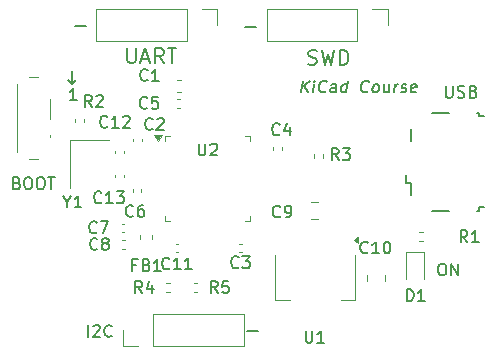
<source format=gbr>
%TF.GenerationSoftware,KiCad,Pcbnew,8.0.4*%
%TF.CreationDate,2024-08-10T16:36:54+03:00*%
%TF.ProjectId,KiCad_Course,4b694361-645f-4436-9f75-7273652e6b69,rev?*%
%TF.SameCoordinates,Original*%
%TF.FileFunction,Legend,Top*%
%TF.FilePolarity,Positive*%
%FSLAX46Y46*%
G04 Gerber Fmt 4.6, Leading zero omitted, Abs format (unit mm)*
G04 Created by KiCad (PCBNEW 8.0.4) date 2024-08-10 16:36:54*
%MOMM*%
%LPD*%
G01*
G04 APERTURE LIST*
%ADD10C,0.150000*%
%ADD11C,0.200000*%
%ADD12C,0.120000*%
G04 APERTURE END LIST*
D10*
X118000000Y-96400000D02*
X118350000Y-96800000D01*
X118350000Y-96800000D02*
X118000000Y-96400000D01*
X118350000Y-96800000D02*
X118350000Y-95650000D01*
X118350000Y-96800000D02*
X118700000Y-96400000D01*
D11*
X118629197Y-91860433D02*
X119581578Y-91860433D01*
D10*
X118760588Y-98119819D02*
X118189160Y-98119819D01*
X118474874Y-98119819D02*
X118474874Y-97119819D01*
X118474874Y-97119819D02*
X118379636Y-97262676D01*
X118379636Y-97262676D02*
X118284398Y-97357914D01*
X118284398Y-97357914D02*
X118189160Y-97405533D01*
D11*
X138369673Y-95077100D02*
X138548244Y-95136623D01*
X138548244Y-95136623D02*
X138845863Y-95136623D01*
X138845863Y-95136623D02*
X138964911Y-95077100D01*
X138964911Y-95077100D02*
X139024435Y-95017576D01*
X139024435Y-95017576D02*
X139083958Y-94898528D01*
X139083958Y-94898528D02*
X139083958Y-94779480D01*
X139083958Y-94779480D02*
X139024435Y-94660433D01*
X139024435Y-94660433D02*
X138964911Y-94600909D01*
X138964911Y-94600909D02*
X138845863Y-94541385D01*
X138845863Y-94541385D02*
X138607768Y-94481861D01*
X138607768Y-94481861D02*
X138488720Y-94422338D01*
X138488720Y-94422338D02*
X138429197Y-94362814D01*
X138429197Y-94362814D02*
X138369673Y-94243766D01*
X138369673Y-94243766D02*
X138369673Y-94124719D01*
X138369673Y-94124719D02*
X138429197Y-94005671D01*
X138429197Y-94005671D02*
X138488720Y-93946147D01*
X138488720Y-93946147D02*
X138607768Y-93886623D01*
X138607768Y-93886623D02*
X138905387Y-93886623D01*
X138905387Y-93886623D02*
X139083958Y-93946147D01*
X139500625Y-93886623D02*
X139798244Y-95136623D01*
X139798244Y-95136623D02*
X140036339Y-94243766D01*
X140036339Y-94243766D02*
X140274434Y-95136623D01*
X140274434Y-95136623D02*
X140572054Y-93886623D01*
X141048244Y-95136623D02*
X141048244Y-93886623D01*
X141048244Y-93886623D02*
X141345863Y-93886623D01*
X141345863Y-93886623D02*
X141524434Y-93946147D01*
X141524434Y-93946147D02*
X141643482Y-94065195D01*
X141643482Y-94065195D02*
X141703005Y-94184242D01*
X141703005Y-94184242D02*
X141762529Y-94422338D01*
X141762529Y-94422338D02*
X141762529Y-94600909D01*
X141762529Y-94600909D02*
X141703005Y-94839004D01*
X141703005Y-94839004D02*
X141643482Y-94958052D01*
X141643482Y-94958052D02*
X141524434Y-95077100D01*
X141524434Y-95077100D02*
X141345863Y-95136623D01*
X141345863Y-95136623D02*
X141048244Y-95136623D01*
X133179197Y-117660433D02*
X134131578Y-117660433D01*
X123029197Y-93736623D02*
X123029197Y-94748528D01*
X123029197Y-94748528D02*
X123088720Y-94867576D01*
X123088720Y-94867576D02*
X123148244Y-94927100D01*
X123148244Y-94927100D02*
X123267292Y-94986623D01*
X123267292Y-94986623D02*
X123505387Y-94986623D01*
X123505387Y-94986623D02*
X123624435Y-94927100D01*
X123624435Y-94927100D02*
X123683958Y-94867576D01*
X123683958Y-94867576D02*
X123743482Y-94748528D01*
X123743482Y-94748528D02*
X123743482Y-93736623D01*
X124279197Y-94629480D02*
X124874435Y-94629480D01*
X124160149Y-94986623D02*
X124576816Y-93736623D01*
X124576816Y-93736623D02*
X124993482Y-94986623D01*
X126124435Y-94986623D02*
X125707769Y-94391385D01*
X125410150Y-94986623D02*
X125410150Y-93736623D01*
X125410150Y-93736623D02*
X125886340Y-93736623D01*
X125886340Y-93736623D02*
X126005388Y-93796147D01*
X126005388Y-93796147D02*
X126064911Y-93855671D01*
X126064911Y-93855671D02*
X126124435Y-93974719D01*
X126124435Y-93974719D02*
X126124435Y-94153290D01*
X126124435Y-94153290D02*
X126064911Y-94272338D01*
X126064911Y-94272338D02*
X126005388Y-94331861D01*
X126005388Y-94331861D02*
X125886340Y-94391385D01*
X125886340Y-94391385D02*
X125410150Y-94391385D01*
X126481578Y-93736623D02*
X127195864Y-93736623D01*
X126838721Y-94986623D02*
X126838721Y-93736623D01*
X150019673Y-96917219D02*
X150019673Y-97726742D01*
X150019673Y-97726742D02*
X150067292Y-97821980D01*
X150067292Y-97821980D02*
X150114911Y-97869600D01*
X150114911Y-97869600D02*
X150210149Y-97917219D01*
X150210149Y-97917219D02*
X150400625Y-97917219D01*
X150400625Y-97917219D02*
X150495863Y-97869600D01*
X150495863Y-97869600D02*
X150543482Y-97821980D01*
X150543482Y-97821980D02*
X150591101Y-97726742D01*
X150591101Y-97726742D02*
X150591101Y-96917219D01*
X151019673Y-97869600D02*
X151162530Y-97917219D01*
X151162530Y-97917219D02*
X151400625Y-97917219D01*
X151400625Y-97917219D02*
X151495863Y-97869600D01*
X151495863Y-97869600D02*
X151543482Y-97821980D01*
X151543482Y-97821980D02*
X151591101Y-97726742D01*
X151591101Y-97726742D02*
X151591101Y-97631504D01*
X151591101Y-97631504D02*
X151543482Y-97536266D01*
X151543482Y-97536266D02*
X151495863Y-97488647D01*
X151495863Y-97488647D02*
X151400625Y-97441028D01*
X151400625Y-97441028D02*
X151210149Y-97393409D01*
X151210149Y-97393409D02*
X151114911Y-97345790D01*
X151114911Y-97345790D02*
X151067292Y-97298171D01*
X151067292Y-97298171D02*
X151019673Y-97202933D01*
X151019673Y-97202933D02*
X151019673Y-97107695D01*
X151019673Y-97107695D02*
X151067292Y-97012457D01*
X151067292Y-97012457D02*
X151114911Y-96964838D01*
X151114911Y-96964838D02*
X151210149Y-96917219D01*
X151210149Y-96917219D02*
X151448244Y-96917219D01*
X151448244Y-96917219D02*
X151591101Y-96964838D01*
X152353006Y-97393409D02*
X152495863Y-97441028D01*
X152495863Y-97441028D02*
X152543482Y-97488647D01*
X152543482Y-97488647D02*
X152591101Y-97583885D01*
X152591101Y-97583885D02*
X152591101Y-97726742D01*
X152591101Y-97726742D02*
X152543482Y-97821980D01*
X152543482Y-97821980D02*
X152495863Y-97869600D01*
X152495863Y-97869600D02*
X152400625Y-97917219D01*
X152400625Y-97917219D02*
X152019673Y-97917219D01*
X152019673Y-97917219D02*
X152019673Y-96917219D01*
X152019673Y-96917219D02*
X152353006Y-96917219D01*
X152353006Y-96917219D02*
X152448244Y-96964838D01*
X152448244Y-96964838D02*
X152495863Y-97012457D01*
X152495863Y-97012457D02*
X152543482Y-97107695D01*
X152543482Y-97107695D02*
X152543482Y-97202933D01*
X152543482Y-97202933D02*
X152495863Y-97298171D01*
X152495863Y-97298171D02*
X152448244Y-97345790D01*
X152448244Y-97345790D02*
X152353006Y-97393409D01*
X152353006Y-97393409D02*
X152019673Y-97393409D01*
X119719673Y-118167219D02*
X119719673Y-117167219D01*
X120148244Y-117262457D02*
X120195863Y-117214838D01*
X120195863Y-117214838D02*
X120291101Y-117167219D01*
X120291101Y-117167219D02*
X120529196Y-117167219D01*
X120529196Y-117167219D02*
X120624434Y-117214838D01*
X120624434Y-117214838D02*
X120672053Y-117262457D01*
X120672053Y-117262457D02*
X120719672Y-117357695D01*
X120719672Y-117357695D02*
X120719672Y-117452933D01*
X120719672Y-117452933D02*
X120672053Y-117595790D01*
X120672053Y-117595790D02*
X120100625Y-118167219D01*
X120100625Y-118167219D02*
X120719672Y-118167219D01*
X121719672Y-118071980D02*
X121672053Y-118119600D01*
X121672053Y-118119600D02*
X121529196Y-118167219D01*
X121529196Y-118167219D02*
X121433958Y-118167219D01*
X121433958Y-118167219D02*
X121291101Y-118119600D01*
X121291101Y-118119600D02*
X121195863Y-118024361D01*
X121195863Y-118024361D02*
X121148244Y-117929123D01*
X121148244Y-117929123D02*
X121100625Y-117738647D01*
X121100625Y-117738647D02*
X121100625Y-117595790D01*
X121100625Y-117595790D02*
X121148244Y-117405314D01*
X121148244Y-117405314D02*
X121195863Y-117310076D01*
X121195863Y-117310076D02*
X121291101Y-117214838D01*
X121291101Y-117214838D02*
X121433958Y-117167219D01*
X121433958Y-117167219D02*
X121529196Y-117167219D01*
X121529196Y-117167219D02*
X121672053Y-117214838D01*
X121672053Y-117214838D02*
X121719672Y-117262457D01*
X132979197Y-91910433D02*
X133931578Y-91910433D01*
D10*
X137780826Y-97469819D02*
X137905826Y-96469819D01*
X138352255Y-97469819D02*
X137995112Y-96898390D01*
X138477255Y-96469819D02*
X137834398Y-97041247D01*
X138780826Y-97469819D02*
X138864160Y-96803152D01*
X138905826Y-96469819D02*
X138852255Y-96517438D01*
X138852255Y-96517438D02*
X138893922Y-96565057D01*
X138893922Y-96565057D02*
X138947493Y-96517438D01*
X138947493Y-96517438D02*
X138905826Y-96469819D01*
X138905826Y-96469819D02*
X138893922Y-96565057D01*
X139840350Y-97374580D02*
X139786778Y-97422200D01*
X139786778Y-97422200D02*
X139637969Y-97469819D01*
X139637969Y-97469819D02*
X139542731Y-97469819D01*
X139542731Y-97469819D02*
X139405826Y-97422200D01*
X139405826Y-97422200D02*
X139322493Y-97326961D01*
X139322493Y-97326961D02*
X139286778Y-97231723D01*
X139286778Y-97231723D02*
X139262969Y-97041247D01*
X139262969Y-97041247D02*
X139280826Y-96898390D01*
X139280826Y-96898390D02*
X139352254Y-96707914D01*
X139352254Y-96707914D02*
X139411778Y-96612676D01*
X139411778Y-96612676D02*
X139518921Y-96517438D01*
X139518921Y-96517438D02*
X139667731Y-96469819D01*
X139667731Y-96469819D02*
X139762969Y-96469819D01*
X139762969Y-96469819D02*
X139899874Y-96517438D01*
X139899874Y-96517438D02*
X139941540Y-96565057D01*
X140685588Y-97469819D02*
X140751064Y-96946009D01*
X140751064Y-96946009D02*
X140715350Y-96850771D01*
X140715350Y-96850771D02*
X140626064Y-96803152D01*
X140626064Y-96803152D02*
X140435588Y-96803152D01*
X140435588Y-96803152D02*
X140334397Y-96850771D01*
X140691540Y-97422200D02*
X140590350Y-97469819D01*
X140590350Y-97469819D02*
X140352254Y-97469819D01*
X140352254Y-97469819D02*
X140262969Y-97422200D01*
X140262969Y-97422200D02*
X140227254Y-97326961D01*
X140227254Y-97326961D02*
X140239159Y-97231723D01*
X140239159Y-97231723D02*
X140298683Y-97136485D01*
X140298683Y-97136485D02*
X140399874Y-97088866D01*
X140399874Y-97088866D02*
X140637969Y-97088866D01*
X140637969Y-97088866D02*
X140739159Y-97041247D01*
X141590350Y-97469819D02*
X141715350Y-96469819D01*
X141596302Y-97422200D02*
X141495112Y-97469819D01*
X141495112Y-97469819D02*
X141304636Y-97469819D01*
X141304636Y-97469819D02*
X141215350Y-97422200D01*
X141215350Y-97422200D02*
X141173683Y-97374580D01*
X141173683Y-97374580D02*
X141137969Y-97279342D01*
X141137969Y-97279342D02*
X141173683Y-96993628D01*
X141173683Y-96993628D02*
X141233207Y-96898390D01*
X141233207Y-96898390D02*
X141286778Y-96850771D01*
X141286778Y-96850771D02*
X141387969Y-96803152D01*
X141387969Y-96803152D02*
X141578445Y-96803152D01*
X141578445Y-96803152D02*
X141667731Y-96850771D01*
X143411779Y-97374580D02*
X143358207Y-97422200D01*
X143358207Y-97422200D02*
X143209398Y-97469819D01*
X143209398Y-97469819D02*
X143114160Y-97469819D01*
X143114160Y-97469819D02*
X142977255Y-97422200D01*
X142977255Y-97422200D02*
X142893922Y-97326961D01*
X142893922Y-97326961D02*
X142858207Y-97231723D01*
X142858207Y-97231723D02*
X142834398Y-97041247D01*
X142834398Y-97041247D02*
X142852255Y-96898390D01*
X142852255Y-96898390D02*
X142923683Y-96707914D01*
X142923683Y-96707914D02*
X142983207Y-96612676D01*
X142983207Y-96612676D02*
X143090350Y-96517438D01*
X143090350Y-96517438D02*
X143239160Y-96469819D01*
X143239160Y-96469819D02*
X143334398Y-96469819D01*
X143334398Y-96469819D02*
X143471303Y-96517438D01*
X143471303Y-96517438D02*
X143512969Y-96565057D01*
X143971303Y-97469819D02*
X143882017Y-97422200D01*
X143882017Y-97422200D02*
X143840350Y-97374580D01*
X143840350Y-97374580D02*
X143804636Y-97279342D01*
X143804636Y-97279342D02*
X143840350Y-96993628D01*
X143840350Y-96993628D02*
X143899874Y-96898390D01*
X143899874Y-96898390D02*
X143953445Y-96850771D01*
X143953445Y-96850771D02*
X144054636Y-96803152D01*
X144054636Y-96803152D02*
X144197493Y-96803152D01*
X144197493Y-96803152D02*
X144286779Y-96850771D01*
X144286779Y-96850771D02*
X144328445Y-96898390D01*
X144328445Y-96898390D02*
X144364160Y-96993628D01*
X144364160Y-96993628D02*
X144328445Y-97279342D01*
X144328445Y-97279342D02*
X144268922Y-97374580D01*
X144268922Y-97374580D02*
X144215350Y-97422200D01*
X144215350Y-97422200D02*
X144114160Y-97469819D01*
X144114160Y-97469819D02*
X143971303Y-97469819D01*
X145245112Y-96803152D02*
X145161779Y-97469819D01*
X144816541Y-96803152D02*
X144751065Y-97326961D01*
X144751065Y-97326961D02*
X144786779Y-97422200D01*
X144786779Y-97422200D02*
X144876065Y-97469819D01*
X144876065Y-97469819D02*
X145018922Y-97469819D01*
X145018922Y-97469819D02*
X145120112Y-97422200D01*
X145120112Y-97422200D02*
X145173684Y-97374580D01*
X145637969Y-97469819D02*
X145721303Y-96803152D01*
X145697493Y-96993628D02*
X145757017Y-96898390D01*
X145757017Y-96898390D02*
X145810588Y-96850771D01*
X145810588Y-96850771D02*
X145911779Y-96803152D01*
X145911779Y-96803152D02*
X146007017Y-96803152D01*
X146215351Y-97422200D02*
X146304636Y-97469819D01*
X146304636Y-97469819D02*
X146495113Y-97469819D01*
X146495113Y-97469819D02*
X146596303Y-97422200D01*
X146596303Y-97422200D02*
X146655827Y-97326961D01*
X146655827Y-97326961D02*
X146661779Y-97279342D01*
X146661779Y-97279342D02*
X146626065Y-97184104D01*
X146626065Y-97184104D02*
X146536779Y-97136485D01*
X146536779Y-97136485D02*
X146393922Y-97136485D01*
X146393922Y-97136485D02*
X146304636Y-97088866D01*
X146304636Y-97088866D02*
X146268922Y-96993628D01*
X146268922Y-96993628D02*
X146274875Y-96946009D01*
X146274875Y-96946009D02*
X146334398Y-96850771D01*
X146334398Y-96850771D02*
X146435589Y-96803152D01*
X146435589Y-96803152D02*
X146578446Y-96803152D01*
X146578446Y-96803152D02*
X146667732Y-96850771D01*
X147453446Y-97422200D02*
X147352256Y-97469819D01*
X147352256Y-97469819D02*
X147161779Y-97469819D01*
X147161779Y-97469819D02*
X147072494Y-97422200D01*
X147072494Y-97422200D02*
X147036779Y-97326961D01*
X147036779Y-97326961D02*
X147084399Y-96946009D01*
X147084399Y-96946009D02*
X147143922Y-96850771D01*
X147143922Y-96850771D02*
X147245113Y-96803152D01*
X147245113Y-96803152D02*
X147435589Y-96803152D01*
X147435589Y-96803152D02*
X147524875Y-96850771D01*
X147524875Y-96850771D02*
X147560589Y-96946009D01*
X147560589Y-96946009D02*
X147548684Y-97041247D01*
X147548684Y-97041247D02*
X147060589Y-97136485D01*
D11*
X113703006Y-105143409D02*
X113845863Y-105191028D01*
X113845863Y-105191028D02*
X113893482Y-105238647D01*
X113893482Y-105238647D02*
X113941101Y-105333885D01*
X113941101Y-105333885D02*
X113941101Y-105476742D01*
X113941101Y-105476742D02*
X113893482Y-105571980D01*
X113893482Y-105571980D02*
X113845863Y-105619600D01*
X113845863Y-105619600D02*
X113750625Y-105667219D01*
X113750625Y-105667219D02*
X113369673Y-105667219D01*
X113369673Y-105667219D02*
X113369673Y-104667219D01*
X113369673Y-104667219D02*
X113703006Y-104667219D01*
X113703006Y-104667219D02*
X113798244Y-104714838D01*
X113798244Y-104714838D02*
X113845863Y-104762457D01*
X113845863Y-104762457D02*
X113893482Y-104857695D01*
X113893482Y-104857695D02*
X113893482Y-104952933D01*
X113893482Y-104952933D02*
X113845863Y-105048171D01*
X113845863Y-105048171D02*
X113798244Y-105095790D01*
X113798244Y-105095790D02*
X113703006Y-105143409D01*
X113703006Y-105143409D02*
X113369673Y-105143409D01*
X114560149Y-104667219D02*
X114750625Y-104667219D01*
X114750625Y-104667219D02*
X114845863Y-104714838D01*
X114845863Y-104714838D02*
X114941101Y-104810076D01*
X114941101Y-104810076D02*
X114988720Y-105000552D01*
X114988720Y-105000552D02*
X114988720Y-105333885D01*
X114988720Y-105333885D02*
X114941101Y-105524361D01*
X114941101Y-105524361D02*
X114845863Y-105619600D01*
X114845863Y-105619600D02*
X114750625Y-105667219D01*
X114750625Y-105667219D02*
X114560149Y-105667219D01*
X114560149Y-105667219D02*
X114464911Y-105619600D01*
X114464911Y-105619600D02*
X114369673Y-105524361D01*
X114369673Y-105524361D02*
X114322054Y-105333885D01*
X114322054Y-105333885D02*
X114322054Y-105000552D01*
X114322054Y-105000552D02*
X114369673Y-104810076D01*
X114369673Y-104810076D02*
X114464911Y-104714838D01*
X114464911Y-104714838D02*
X114560149Y-104667219D01*
X115607768Y-104667219D02*
X115798244Y-104667219D01*
X115798244Y-104667219D02*
X115893482Y-104714838D01*
X115893482Y-104714838D02*
X115988720Y-104810076D01*
X115988720Y-104810076D02*
X116036339Y-105000552D01*
X116036339Y-105000552D02*
X116036339Y-105333885D01*
X116036339Y-105333885D02*
X115988720Y-105524361D01*
X115988720Y-105524361D02*
X115893482Y-105619600D01*
X115893482Y-105619600D02*
X115798244Y-105667219D01*
X115798244Y-105667219D02*
X115607768Y-105667219D01*
X115607768Y-105667219D02*
X115512530Y-105619600D01*
X115512530Y-105619600D02*
X115417292Y-105524361D01*
X115417292Y-105524361D02*
X115369673Y-105333885D01*
X115369673Y-105333885D02*
X115369673Y-105000552D01*
X115369673Y-105000552D02*
X115417292Y-104810076D01*
X115417292Y-104810076D02*
X115512530Y-104714838D01*
X115512530Y-104714838D02*
X115607768Y-104667219D01*
X116322054Y-104667219D02*
X116893482Y-104667219D01*
X116607768Y-105667219D02*
X116607768Y-104667219D01*
X149610149Y-111967219D02*
X149800625Y-111967219D01*
X149800625Y-111967219D02*
X149895863Y-112014838D01*
X149895863Y-112014838D02*
X149991101Y-112110076D01*
X149991101Y-112110076D02*
X150038720Y-112300552D01*
X150038720Y-112300552D02*
X150038720Y-112633885D01*
X150038720Y-112633885D02*
X149991101Y-112824361D01*
X149991101Y-112824361D02*
X149895863Y-112919600D01*
X149895863Y-112919600D02*
X149800625Y-112967219D01*
X149800625Y-112967219D02*
X149610149Y-112967219D01*
X149610149Y-112967219D02*
X149514911Y-112919600D01*
X149514911Y-112919600D02*
X149419673Y-112824361D01*
X149419673Y-112824361D02*
X149372054Y-112633885D01*
X149372054Y-112633885D02*
X149372054Y-112300552D01*
X149372054Y-112300552D02*
X149419673Y-112110076D01*
X149419673Y-112110076D02*
X149514911Y-112014838D01*
X149514911Y-112014838D02*
X149610149Y-111967219D01*
X150467292Y-112967219D02*
X150467292Y-111967219D01*
X150467292Y-111967219D02*
X151038720Y-112967219D01*
X151038720Y-112967219D02*
X151038720Y-111967219D01*
D10*
X117973809Y-106728628D02*
X117973809Y-107204819D01*
X117640476Y-106204819D02*
X117973809Y-106728628D01*
X117973809Y-106728628D02*
X118307142Y-106204819D01*
X119164285Y-107204819D02*
X118592857Y-107204819D01*
X118878571Y-107204819D02*
X118878571Y-106204819D01*
X118878571Y-106204819D02*
X118783333Y-106347676D01*
X118783333Y-106347676D02*
X118688095Y-106442914D01*
X118688095Y-106442914D02*
X118592857Y-106490533D01*
X120453333Y-109299580D02*
X120405714Y-109347200D01*
X120405714Y-109347200D02*
X120262857Y-109394819D01*
X120262857Y-109394819D02*
X120167619Y-109394819D01*
X120167619Y-109394819D02*
X120024762Y-109347200D01*
X120024762Y-109347200D02*
X119929524Y-109251961D01*
X119929524Y-109251961D02*
X119881905Y-109156723D01*
X119881905Y-109156723D02*
X119834286Y-108966247D01*
X119834286Y-108966247D02*
X119834286Y-108823390D01*
X119834286Y-108823390D02*
X119881905Y-108632914D01*
X119881905Y-108632914D02*
X119929524Y-108537676D01*
X119929524Y-108537676D02*
X120024762Y-108442438D01*
X120024762Y-108442438D02*
X120167619Y-108394819D01*
X120167619Y-108394819D02*
X120262857Y-108394819D01*
X120262857Y-108394819D02*
X120405714Y-108442438D01*
X120405714Y-108442438D02*
X120453333Y-108490057D01*
X120786667Y-108394819D02*
X121453333Y-108394819D01*
X121453333Y-108394819D02*
X121024762Y-109394819D01*
X129088095Y-101804819D02*
X129088095Y-102614342D01*
X129088095Y-102614342D02*
X129135714Y-102709580D01*
X129135714Y-102709580D02*
X129183333Y-102757200D01*
X129183333Y-102757200D02*
X129278571Y-102804819D01*
X129278571Y-102804819D02*
X129469047Y-102804819D01*
X129469047Y-102804819D02*
X129564285Y-102757200D01*
X129564285Y-102757200D02*
X129611904Y-102709580D01*
X129611904Y-102709580D02*
X129659523Y-102614342D01*
X129659523Y-102614342D02*
X129659523Y-101804819D01*
X130088095Y-101900057D02*
X130135714Y-101852438D01*
X130135714Y-101852438D02*
X130230952Y-101804819D01*
X130230952Y-101804819D02*
X130469047Y-101804819D01*
X130469047Y-101804819D02*
X130564285Y-101852438D01*
X130564285Y-101852438D02*
X130611904Y-101900057D01*
X130611904Y-101900057D02*
X130659523Y-101995295D01*
X130659523Y-101995295D02*
X130659523Y-102090533D01*
X130659523Y-102090533D02*
X130611904Y-102233390D01*
X130611904Y-102233390D02*
X130040476Y-102804819D01*
X130040476Y-102804819D02*
X130659523Y-102804819D01*
X124758333Y-96409580D02*
X124710714Y-96457200D01*
X124710714Y-96457200D02*
X124567857Y-96504819D01*
X124567857Y-96504819D02*
X124472619Y-96504819D01*
X124472619Y-96504819D02*
X124329762Y-96457200D01*
X124329762Y-96457200D02*
X124234524Y-96361961D01*
X124234524Y-96361961D02*
X124186905Y-96266723D01*
X124186905Y-96266723D02*
X124139286Y-96076247D01*
X124139286Y-96076247D02*
X124139286Y-95933390D01*
X124139286Y-95933390D02*
X124186905Y-95742914D01*
X124186905Y-95742914D02*
X124234524Y-95647676D01*
X124234524Y-95647676D02*
X124329762Y-95552438D01*
X124329762Y-95552438D02*
X124472619Y-95504819D01*
X124472619Y-95504819D02*
X124567857Y-95504819D01*
X124567857Y-95504819D02*
X124710714Y-95552438D01*
X124710714Y-95552438D02*
X124758333Y-95600057D01*
X125710714Y-96504819D02*
X125139286Y-96504819D01*
X125425000Y-96504819D02*
X125425000Y-95504819D01*
X125425000Y-95504819D02*
X125329762Y-95647676D01*
X125329762Y-95647676D02*
X125234524Y-95742914D01*
X125234524Y-95742914D02*
X125139286Y-95790533D01*
X120503333Y-110709580D02*
X120455714Y-110757200D01*
X120455714Y-110757200D02*
X120312857Y-110804819D01*
X120312857Y-110804819D02*
X120217619Y-110804819D01*
X120217619Y-110804819D02*
X120074762Y-110757200D01*
X120074762Y-110757200D02*
X119979524Y-110661961D01*
X119979524Y-110661961D02*
X119931905Y-110566723D01*
X119931905Y-110566723D02*
X119884286Y-110376247D01*
X119884286Y-110376247D02*
X119884286Y-110233390D01*
X119884286Y-110233390D02*
X119931905Y-110042914D01*
X119931905Y-110042914D02*
X119979524Y-109947676D01*
X119979524Y-109947676D02*
X120074762Y-109852438D01*
X120074762Y-109852438D02*
X120217619Y-109804819D01*
X120217619Y-109804819D02*
X120312857Y-109804819D01*
X120312857Y-109804819D02*
X120455714Y-109852438D01*
X120455714Y-109852438D02*
X120503333Y-109900057D01*
X121074762Y-110233390D02*
X120979524Y-110185771D01*
X120979524Y-110185771D02*
X120931905Y-110138152D01*
X120931905Y-110138152D02*
X120884286Y-110042914D01*
X120884286Y-110042914D02*
X120884286Y-109995295D01*
X120884286Y-109995295D02*
X120931905Y-109900057D01*
X120931905Y-109900057D02*
X120979524Y-109852438D01*
X120979524Y-109852438D02*
X121074762Y-109804819D01*
X121074762Y-109804819D02*
X121265238Y-109804819D01*
X121265238Y-109804819D02*
X121360476Y-109852438D01*
X121360476Y-109852438D02*
X121408095Y-109900057D01*
X121408095Y-109900057D02*
X121455714Y-109995295D01*
X121455714Y-109995295D02*
X121455714Y-110042914D01*
X121455714Y-110042914D02*
X121408095Y-110138152D01*
X121408095Y-110138152D02*
X121360476Y-110185771D01*
X121360476Y-110185771D02*
X121265238Y-110233390D01*
X121265238Y-110233390D02*
X121074762Y-110233390D01*
X121074762Y-110233390D02*
X120979524Y-110281009D01*
X120979524Y-110281009D02*
X120931905Y-110328628D01*
X120931905Y-110328628D02*
X120884286Y-110423866D01*
X120884286Y-110423866D02*
X120884286Y-110614342D01*
X120884286Y-110614342D02*
X120931905Y-110709580D01*
X120931905Y-110709580D02*
X120979524Y-110757200D01*
X120979524Y-110757200D02*
X121074762Y-110804819D01*
X121074762Y-110804819D02*
X121265238Y-110804819D01*
X121265238Y-110804819D02*
X121360476Y-110757200D01*
X121360476Y-110757200D02*
X121408095Y-110709580D01*
X121408095Y-110709580D02*
X121455714Y-110614342D01*
X121455714Y-110614342D02*
X121455714Y-110423866D01*
X121455714Y-110423866D02*
X121408095Y-110328628D01*
X121408095Y-110328628D02*
X121360476Y-110281009D01*
X121360476Y-110281009D02*
X121265238Y-110233390D01*
X151833333Y-110154819D02*
X151500000Y-109678628D01*
X151261905Y-110154819D02*
X151261905Y-109154819D01*
X151261905Y-109154819D02*
X151642857Y-109154819D01*
X151642857Y-109154819D02*
X151738095Y-109202438D01*
X151738095Y-109202438D02*
X151785714Y-109250057D01*
X151785714Y-109250057D02*
X151833333Y-109345295D01*
X151833333Y-109345295D02*
X151833333Y-109488152D01*
X151833333Y-109488152D02*
X151785714Y-109583390D01*
X151785714Y-109583390D02*
X151738095Y-109631009D01*
X151738095Y-109631009D02*
X151642857Y-109678628D01*
X151642857Y-109678628D02*
X151261905Y-109678628D01*
X152785714Y-110154819D02*
X152214286Y-110154819D01*
X152500000Y-110154819D02*
X152500000Y-109154819D01*
X152500000Y-109154819D02*
X152404762Y-109297676D01*
X152404762Y-109297676D02*
X152309524Y-109392914D01*
X152309524Y-109392914D02*
X152214286Y-109440533D01*
X124733333Y-98759580D02*
X124685714Y-98807200D01*
X124685714Y-98807200D02*
X124542857Y-98854819D01*
X124542857Y-98854819D02*
X124447619Y-98854819D01*
X124447619Y-98854819D02*
X124304762Y-98807200D01*
X124304762Y-98807200D02*
X124209524Y-98711961D01*
X124209524Y-98711961D02*
X124161905Y-98616723D01*
X124161905Y-98616723D02*
X124114286Y-98426247D01*
X124114286Y-98426247D02*
X124114286Y-98283390D01*
X124114286Y-98283390D02*
X124161905Y-98092914D01*
X124161905Y-98092914D02*
X124209524Y-97997676D01*
X124209524Y-97997676D02*
X124304762Y-97902438D01*
X124304762Y-97902438D02*
X124447619Y-97854819D01*
X124447619Y-97854819D02*
X124542857Y-97854819D01*
X124542857Y-97854819D02*
X124685714Y-97902438D01*
X124685714Y-97902438D02*
X124733333Y-97950057D01*
X125638095Y-97854819D02*
X125161905Y-97854819D01*
X125161905Y-97854819D02*
X125114286Y-98331009D01*
X125114286Y-98331009D02*
X125161905Y-98283390D01*
X125161905Y-98283390D02*
X125257143Y-98235771D01*
X125257143Y-98235771D02*
X125495238Y-98235771D01*
X125495238Y-98235771D02*
X125590476Y-98283390D01*
X125590476Y-98283390D02*
X125638095Y-98331009D01*
X125638095Y-98331009D02*
X125685714Y-98426247D01*
X125685714Y-98426247D02*
X125685714Y-98664342D01*
X125685714Y-98664342D02*
X125638095Y-98759580D01*
X125638095Y-98759580D02*
X125590476Y-98807200D01*
X125590476Y-98807200D02*
X125495238Y-98854819D01*
X125495238Y-98854819D02*
X125257143Y-98854819D01*
X125257143Y-98854819D02*
X125161905Y-98807200D01*
X125161905Y-98807200D02*
X125114286Y-98759580D01*
X125183333Y-100559580D02*
X125135714Y-100607200D01*
X125135714Y-100607200D02*
X124992857Y-100654819D01*
X124992857Y-100654819D02*
X124897619Y-100654819D01*
X124897619Y-100654819D02*
X124754762Y-100607200D01*
X124754762Y-100607200D02*
X124659524Y-100511961D01*
X124659524Y-100511961D02*
X124611905Y-100416723D01*
X124611905Y-100416723D02*
X124564286Y-100226247D01*
X124564286Y-100226247D02*
X124564286Y-100083390D01*
X124564286Y-100083390D02*
X124611905Y-99892914D01*
X124611905Y-99892914D02*
X124659524Y-99797676D01*
X124659524Y-99797676D02*
X124754762Y-99702438D01*
X124754762Y-99702438D02*
X124897619Y-99654819D01*
X124897619Y-99654819D02*
X124992857Y-99654819D01*
X124992857Y-99654819D02*
X125135714Y-99702438D01*
X125135714Y-99702438D02*
X125183333Y-99750057D01*
X125564286Y-99750057D02*
X125611905Y-99702438D01*
X125611905Y-99702438D02*
X125707143Y-99654819D01*
X125707143Y-99654819D02*
X125945238Y-99654819D01*
X125945238Y-99654819D02*
X126040476Y-99702438D01*
X126040476Y-99702438D02*
X126088095Y-99750057D01*
X126088095Y-99750057D02*
X126135714Y-99845295D01*
X126135714Y-99845295D02*
X126135714Y-99940533D01*
X126135714Y-99940533D02*
X126088095Y-100083390D01*
X126088095Y-100083390D02*
X125516667Y-100654819D01*
X125516667Y-100654819D02*
X126135714Y-100654819D01*
X135983333Y-107959580D02*
X135935714Y-108007200D01*
X135935714Y-108007200D02*
X135792857Y-108054819D01*
X135792857Y-108054819D02*
X135697619Y-108054819D01*
X135697619Y-108054819D02*
X135554762Y-108007200D01*
X135554762Y-108007200D02*
X135459524Y-107911961D01*
X135459524Y-107911961D02*
X135411905Y-107816723D01*
X135411905Y-107816723D02*
X135364286Y-107626247D01*
X135364286Y-107626247D02*
X135364286Y-107483390D01*
X135364286Y-107483390D02*
X135411905Y-107292914D01*
X135411905Y-107292914D02*
X135459524Y-107197676D01*
X135459524Y-107197676D02*
X135554762Y-107102438D01*
X135554762Y-107102438D02*
X135697619Y-107054819D01*
X135697619Y-107054819D02*
X135792857Y-107054819D01*
X135792857Y-107054819D02*
X135935714Y-107102438D01*
X135935714Y-107102438D02*
X135983333Y-107150057D01*
X136459524Y-108054819D02*
X136650000Y-108054819D01*
X136650000Y-108054819D02*
X136745238Y-108007200D01*
X136745238Y-108007200D02*
X136792857Y-107959580D01*
X136792857Y-107959580D02*
X136888095Y-107816723D01*
X136888095Y-107816723D02*
X136935714Y-107626247D01*
X136935714Y-107626247D02*
X136935714Y-107245295D01*
X136935714Y-107245295D02*
X136888095Y-107150057D01*
X136888095Y-107150057D02*
X136840476Y-107102438D01*
X136840476Y-107102438D02*
X136745238Y-107054819D01*
X136745238Y-107054819D02*
X136554762Y-107054819D01*
X136554762Y-107054819D02*
X136459524Y-107102438D01*
X136459524Y-107102438D02*
X136411905Y-107150057D01*
X136411905Y-107150057D02*
X136364286Y-107245295D01*
X136364286Y-107245295D02*
X136364286Y-107483390D01*
X136364286Y-107483390D02*
X136411905Y-107578628D01*
X136411905Y-107578628D02*
X136459524Y-107626247D01*
X136459524Y-107626247D02*
X136554762Y-107673866D01*
X136554762Y-107673866D02*
X136745238Y-107673866D01*
X136745238Y-107673866D02*
X136840476Y-107626247D01*
X136840476Y-107626247D02*
X136888095Y-107578628D01*
X136888095Y-107578628D02*
X136935714Y-107483390D01*
X130683333Y-114454819D02*
X130350000Y-113978628D01*
X130111905Y-114454819D02*
X130111905Y-113454819D01*
X130111905Y-113454819D02*
X130492857Y-113454819D01*
X130492857Y-113454819D02*
X130588095Y-113502438D01*
X130588095Y-113502438D02*
X130635714Y-113550057D01*
X130635714Y-113550057D02*
X130683333Y-113645295D01*
X130683333Y-113645295D02*
X130683333Y-113788152D01*
X130683333Y-113788152D02*
X130635714Y-113883390D01*
X130635714Y-113883390D02*
X130588095Y-113931009D01*
X130588095Y-113931009D02*
X130492857Y-113978628D01*
X130492857Y-113978628D02*
X130111905Y-113978628D01*
X131588095Y-113454819D02*
X131111905Y-113454819D01*
X131111905Y-113454819D02*
X131064286Y-113931009D01*
X131064286Y-113931009D02*
X131111905Y-113883390D01*
X131111905Y-113883390D02*
X131207143Y-113835771D01*
X131207143Y-113835771D02*
X131445238Y-113835771D01*
X131445238Y-113835771D02*
X131540476Y-113883390D01*
X131540476Y-113883390D02*
X131588095Y-113931009D01*
X131588095Y-113931009D02*
X131635714Y-114026247D01*
X131635714Y-114026247D02*
X131635714Y-114264342D01*
X131635714Y-114264342D02*
X131588095Y-114359580D01*
X131588095Y-114359580D02*
X131540476Y-114407200D01*
X131540476Y-114407200D02*
X131445238Y-114454819D01*
X131445238Y-114454819D02*
X131207143Y-114454819D01*
X131207143Y-114454819D02*
X131111905Y-114407200D01*
X131111905Y-114407200D02*
X131064286Y-114359580D01*
X124303333Y-114454819D02*
X123970000Y-113978628D01*
X123731905Y-114454819D02*
X123731905Y-113454819D01*
X123731905Y-113454819D02*
X124112857Y-113454819D01*
X124112857Y-113454819D02*
X124208095Y-113502438D01*
X124208095Y-113502438D02*
X124255714Y-113550057D01*
X124255714Y-113550057D02*
X124303333Y-113645295D01*
X124303333Y-113645295D02*
X124303333Y-113788152D01*
X124303333Y-113788152D02*
X124255714Y-113883390D01*
X124255714Y-113883390D02*
X124208095Y-113931009D01*
X124208095Y-113931009D02*
X124112857Y-113978628D01*
X124112857Y-113978628D02*
X123731905Y-113978628D01*
X125160476Y-113788152D02*
X125160476Y-114454819D01*
X124922381Y-113407200D02*
X124684286Y-114121485D01*
X124684286Y-114121485D02*
X125303333Y-114121485D01*
X120033333Y-98704819D02*
X119700000Y-98228628D01*
X119461905Y-98704819D02*
X119461905Y-97704819D01*
X119461905Y-97704819D02*
X119842857Y-97704819D01*
X119842857Y-97704819D02*
X119938095Y-97752438D01*
X119938095Y-97752438D02*
X119985714Y-97800057D01*
X119985714Y-97800057D02*
X120033333Y-97895295D01*
X120033333Y-97895295D02*
X120033333Y-98038152D01*
X120033333Y-98038152D02*
X119985714Y-98133390D01*
X119985714Y-98133390D02*
X119938095Y-98181009D01*
X119938095Y-98181009D02*
X119842857Y-98228628D01*
X119842857Y-98228628D02*
X119461905Y-98228628D01*
X120414286Y-97800057D02*
X120461905Y-97752438D01*
X120461905Y-97752438D02*
X120557143Y-97704819D01*
X120557143Y-97704819D02*
X120795238Y-97704819D01*
X120795238Y-97704819D02*
X120890476Y-97752438D01*
X120890476Y-97752438D02*
X120938095Y-97800057D01*
X120938095Y-97800057D02*
X120985714Y-97895295D01*
X120985714Y-97895295D02*
X120985714Y-97990533D01*
X120985714Y-97990533D02*
X120938095Y-98133390D01*
X120938095Y-98133390D02*
X120366667Y-98704819D01*
X120366667Y-98704819D02*
X120985714Y-98704819D01*
X146711905Y-115154819D02*
X146711905Y-114154819D01*
X146711905Y-114154819D02*
X146950000Y-114154819D01*
X146950000Y-114154819D02*
X147092857Y-114202438D01*
X147092857Y-114202438D02*
X147188095Y-114297676D01*
X147188095Y-114297676D02*
X147235714Y-114392914D01*
X147235714Y-114392914D02*
X147283333Y-114583390D01*
X147283333Y-114583390D02*
X147283333Y-114726247D01*
X147283333Y-114726247D02*
X147235714Y-114916723D01*
X147235714Y-114916723D02*
X147188095Y-115011961D01*
X147188095Y-115011961D02*
X147092857Y-115107200D01*
X147092857Y-115107200D02*
X146950000Y-115154819D01*
X146950000Y-115154819D02*
X146711905Y-115154819D01*
X148235714Y-115154819D02*
X147664286Y-115154819D01*
X147950000Y-115154819D02*
X147950000Y-114154819D01*
X147950000Y-114154819D02*
X147854762Y-114297676D01*
X147854762Y-114297676D02*
X147759524Y-114392914D01*
X147759524Y-114392914D02*
X147664286Y-114440533D01*
X123816666Y-112081009D02*
X123483333Y-112081009D01*
X123483333Y-112604819D02*
X123483333Y-111604819D01*
X123483333Y-111604819D02*
X123959523Y-111604819D01*
X124673809Y-112081009D02*
X124816666Y-112128628D01*
X124816666Y-112128628D02*
X124864285Y-112176247D01*
X124864285Y-112176247D02*
X124911904Y-112271485D01*
X124911904Y-112271485D02*
X124911904Y-112414342D01*
X124911904Y-112414342D02*
X124864285Y-112509580D01*
X124864285Y-112509580D02*
X124816666Y-112557200D01*
X124816666Y-112557200D02*
X124721428Y-112604819D01*
X124721428Y-112604819D02*
X124340476Y-112604819D01*
X124340476Y-112604819D02*
X124340476Y-111604819D01*
X124340476Y-111604819D02*
X124673809Y-111604819D01*
X124673809Y-111604819D02*
X124769047Y-111652438D01*
X124769047Y-111652438D02*
X124816666Y-111700057D01*
X124816666Y-111700057D02*
X124864285Y-111795295D01*
X124864285Y-111795295D02*
X124864285Y-111890533D01*
X124864285Y-111890533D02*
X124816666Y-111985771D01*
X124816666Y-111985771D02*
X124769047Y-112033390D01*
X124769047Y-112033390D02*
X124673809Y-112081009D01*
X124673809Y-112081009D02*
X124340476Y-112081009D01*
X125864285Y-112604819D02*
X125292857Y-112604819D01*
X125578571Y-112604819D02*
X125578571Y-111604819D01*
X125578571Y-111604819D02*
X125483333Y-111747676D01*
X125483333Y-111747676D02*
X125388095Y-111842914D01*
X125388095Y-111842914D02*
X125292857Y-111890533D01*
X135933333Y-101009580D02*
X135885714Y-101057200D01*
X135885714Y-101057200D02*
X135742857Y-101104819D01*
X135742857Y-101104819D02*
X135647619Y-101104819D01*
X135647619Y-101104819D02*
X135504762Y-101057200D01*
X135504762Y-101057200D02*
X135409524Y-100961961D01*
X135409524Y-100961961D02*
X135361905Y-100866723D01*
X135361905Y-100866723D02*
X135314286Y-100676247D01*
X135314286Y-100676247D02*
X135314286Y-100533390D01*
X135314286Y-100533390D02*
X135361905Y-100342914D01*
X135361905Y-100342914D02*
X135409524Y-100247676D01*
X135409524Y-100247676D02*
X135504762Y-100152438D01*
X135504762Y-100152438D02*
X135647619Y-100104819D01*
X135647619Y-100104819D02*
X135742857Y-100104819D01*
X135742857Y-100104819D02*
X135885714Y-100152438D01*
X135885714Y-100152438D02*
X135933333Y-100200057D01*
X136790476Y-100438152D02*
X136790476Y-101104819D01*
X136552381Y-100057200D02*
X136314286Y-100771485D01*
X136314286Y-100771485D02*
X136933333Y-100771485D01*
X140933333Y-103204819D02*
X140600000Y-102728628D01*
X140361905Y-103204819D02*
X140361905Y-102204819D01*
X140361905Y-102204819D02*
X140742857Y-102204819D01*
X140742857Y-102204819D02*
X140838095Y-102252438D01*
X140838095Y-102252438D02*
X140885714Y-102300057D01*
X140885714Y-102300057D02*
X140933333Y-102395295D01*
X140933333Y-102395295D02*
X140933333Y-102538152D01*
X140933333Y-102538152D02*
X140885714Y-102633390D01*
X140885714Y-102633390D02*
X140838095Y-102681009D01*
X140838095Y-102681009D02*
X140742857Y-102728628D01*
X140742857Y-102728628D02*
X140361905Y-102728628D01*
X141266667Y-102204819D02*
X141885714Y-102204819D01*
X141885714Y-102204819D02*
X141552381Y-102585771D01*
X141552381Y-102585771D02*
X141695238Y-102585771D01*
X141695238Y-102585771D02*
X141790476Y-102633390D01*
X141790476Y-102633390D02*
X141838095Y-102681009D01*
X141838095Y-102681009D02*
X141885714Y-102776247D01*
X141885714Y-102776247D02*
X141885714Y-103014342D01*
X141885714Y-103014342D02*
X141838095Y-103109580D01*
X141838095Y-103109580D02*
X141790476Y-103157200D01*
X141790476Y-103157200D02*
X141695238Y-103204819D01*
X141695238Y-103204819D02*
X141409524Y-103204819D01*
X141409524Y-103204819D02*
X141314286Y-103157200D01*
X141314286Y-103157200D02*
X141266667Y-103109580D01*
X123533333Y-107909580D02*
X123485714Y-107957200D01*
X123485714Y-107957200D02*
X123342857Y-108004819D01*
X123342857Y-108004819D02*
X123247619Y-108004819D01*
X123247619Y-108004819D02*
X123104762Y-107957200D01*
X123104762Y-107957200D02*
X123009524Y-107861961D01*
X123009524Y-107861961D02*
X122961905Y-107766723D01*
X122961905Y-107766723D02*
X122914286Y-107576247D01*
X122914286Y-107576247D02*
X122914286Y-107433390D01*
X122914286Y-107433390D02*
X122961905Y-107242914D01*
X122961905Y-107242914D02*
X123009524Y-107147676D01*
X123009524Y-107147676D02*
X123104762Y-107052438D01*
X123104762Y-107052438D02*
X123247619Y-107004819D01*
X123247619Y-107004819D02*
X123342857Y-107004819D01*
X123342857Y-107004819D02*
X123485714Y-107052438D01*
X123485714Y-107052438D02*
X123533333Y-107100057D01*
X124390476Y-107004819D02*
X124200000Y-107004819D01*
X124200000Y-107004819D02*
X124104762Y-107052438D01*
X124104762Y-107052438D02*
X124057143Y-107100057D01*
X124057143Y-107100057D02*
X123961905Y-107242914D01*
X123961905Y-107242914D02*
X123914286Y-107433390D01*
X123914286Y-107433390D02*
X123914286Y-107814342D01*
X123914286Y-107814342D02*
X123961905Y-107909580D01*
X123961905Y-107909580D02*
X124009524Y-107957200D01*
X124009524Y-107957200D02*
X124104762Y-108004819D01*
X124104762Y-108004819D02*
X124295238Y-108004819D01*
X124295238Y-108004819D02*
X124390476Y-107957200D01*
X124390476Y-107957200D02*
X124438095Y-107909580D01*
X124438095Y-107909580D02*
X124485714Y-107814342D01*
X124485714Y-107814342D02*
X124485714Y-107576247D01*
X124485714Y-107576247D02*
X124438095Y-107481009D01*
X124438095Y-107481009D02*
X124390476Y-107433390D01*
X124390476Y-107433390D02*
X124295238Y-107385771D01*
X124295238Y-107385771D02*
X124104762Y-107385771D01*
X124104762Y-107385771D02*
X124009524Y-107433390D01*
X124009524Y-107433390D02*
X123961905Y-107481009D01*
X123961905Y-107481009D02*
X123914286Y-107576247D01*
X121357142Y-100359580D02*
X121309523Y-100407200D01*
X121309523Y-100407200D02*
X121166666Y-100454819D01*
X121166666Y-100454819D02*
X121071428Y-100454819D01*
X121071428Y-100454819D02*
X120928571Y-100407200D01*
X120928571Y-100407200D02*
X120833333Y-100311961D01*
X120833333Y-100311961D02*
X120785714Y-100216723D01*
X120785714Y-100216723D02*
X120738095Y-100026247D01*
X120738095Y-100026247D02*
X120738095Y-99883390D01*
X120738095Y-99883390D02*
X120785714Y-99692914D01*
X120785714Y-99692914D02*
X120833333Y-99597676D01*
X120833333Y-99597676D02*
X120928571Y-99502438D01*
X120928571Y-99502438D02*
X121071428Y-99454819D01*
X121071428Y-99454819D02*
X121166666Y-99454819D01*
X121166666Y-99454819D02*
X121309523Y-99502438D01*
X121309523Y-99502438D02*
X121357142Y-99550057D01*
X122309523Y-100454819D02*
X121738095Y-100454819D01*
X122023809Y-100454819D02*
X122023809Y-99454819D01*
X122023809Y-99454819D02*
X121928571Y-99597676D01*
X121928571Y-99597676D02*
X121833333Y-99692914D01*
X121833333Y-99692914D02*
X121738095Y-99740533D01*
X122690476Y-99550057D02*
X122738095Y-99502438D01*
X122738095Y-99502438D02*
X122833333Y-99454819D01*
X122833333Y-99454819D02*
X123071428Y-99454819D01*
X123071428Y-99454819D02*
X123166666Y-99502438D01*
X123166666Y-99502438D02*
X123214285Y-99550057D01*
X123214285Y-99550057D02*
X123261904Y-99645295D01*
X123261904Y-99645295D02*
X123261904Y-99740533D01*
X123261904Y-99740533D02*
X123214285Y-99883390D01*
X123214285Y-99883390D02*
X122642857Y-100454819D01*
X122642857Y-100454819D02*
X123261904Y-100454819D01*
X126607142Y-112359580D02*
X126559523Y-112407200D01*
X126559523Y-112407200D02*
X126416666Y-112454819D01*
X126416666Y-112454819D02*
X126321428Y-112454819D01*
X126321428Y-112454819D02*
X126178571Y-112407200D01*
X126178571Y-112407200D02*
X126083333Y-112311961D01*
X126083333Y-112311961D02*
X126035714Y-112216723D01*
X126035714Y-112216723D02*
X125988095Y-112026247D01*
X125988095Y-112026247D02*
X125988095Y-111883390D01*
X125988095Y-111883390D02*
X126035714Y-111692914D01*
X126035714Y-111692914D02*
X126083333Y-111597676D01*
X126083333Y-111597676D02*
X126178571Y-111502438D01*
X126178571Y-111502438D02*
X126321428Y-111454819D01*
X126321428Y-111454819D02*
X126416666Y-111454819D01*
X126416666Y-111454819D02*
X126559523Y-111502438D01*
X126559523Y-111502438D02*
X126607142Y-111550057D01*
X127559523Y-112454819D02*
X126988095Y-112454819D01*
X127273809Y-112454819D02*
X127273809Y-111454819D01*
X127273809Y-111454819D02*
X127178571Y-111597676D01*
X127178571Y-111597676D02*
X127083333Y-111692914D01*
X127083333Y-111692914D02*
X126988095Y-111740533D01*
X128511904Y-112454819D02*
X127940476Y-112454819D01*
X128226190Y-112454819D02*
X128226190Y-111454819D01*
X128226190Y-111454819D02*
X128130952Y-111597676D01*
X128130952Y-111597676D02*
X128035714Y-111692914D01*
X128035714Y-111692914D02*
X127940476Y-111740533D01*
X143407142Y-111009580D02*
X143359523Y-111057200D01*
X143359523Y-111057200D02*
X143216666Y-111104819D01*
X143216666Y-111104819D02*
X143121428Y-111104819D01*
X143121428Y-111104819D02*
X142978571Y-111057200D01*
X142978571Y-111057200D02*
X142883333Y-110961961D01*
X142883333Y-110961961D02*
X142835714Y-110866723D01*
X142835714Y-110866723D02*
X142788095Y-110676247D01*
X142788095Y-110676247D02*
X142788095Y-110533390D01*
X142788095Y-110533390D02*
X142835714Y-110342914D01*
X142835714Y-110342914D02*
X142883333Y-110247676D01*
X142883333Y-110247676D02*
X142978571Y-110152438D01*
X142978571Y-110152438D02*
X143121428Y-110104819D01*
X143121428Y-110104819D02*
X143216666Y-110104819D01*
X143216666Y-110104819D02*
X143359523Y-110152438D01*
X143359523Y-110152438D02*
X143407142Y-110200057D01*
X144359523Y-111104819D02*
X143788095Y-111104819D01*
X144073809Y-111104819D02*
X144073809Y-110104819D01*
X144073809Y-110104819D02*
X143978571Y-110247676D01*
X143978571Y-110247676D02*
X143883333Y-110342914D01*
X143883333Y-110342914D02*
X143788095Y-110390533D01*
X144978571Y-110104819D02*
X145073809Y-110104819D01*
X145073809Y-110104819D02*
X145169047Y-110152438D01*
X145169047Y-110152438D02*
X145216666Y-110200057D01*
X145216666Y-110200057D02*
X145264285Y-110295295D01*
X145264285Y-110295295D02*
X145311904Y-110485771D01*
X145311904Y-110485771D02*
X145311904Y-110723866D01*
X145311904Y-110723866D02*
X145264285Y-110914342D01*
X145264285Y-110914342D02*
X145216666Y-111009580D01*
X145216666Y-111009580D02*
X145169047Y-111057200D01*
X145169047Y-111057200D02*
X145073809Y-111104819D01*
X145073809Y-111104819D02*
X144978571Y-111104819D01*
X144978571Y-111104819D02*
X144883333Y-111057200D01*
X144883333Y-111057200D02*
X144835714Y-111009580D01*
X144835714Y-111009580D02*
X144788095Y-110914342D01*
X144788095Y-110914342D02*
X144740476Y-110723866D01*
X144740476Y-110723866D02*
X144740476Y-110485771D01*
X144740476Y-110485771D02*
X144788095Y-110295295D01*
X144788095Y-110295295D02*
X144835714Y-110200057D01*
X144835714Y-110200057D02*
X144883333Y-110152438D01*
X144883333Y-110152438D02*
X144978571Y-110104819D01*
X132463333Y-112259580D02*
X132415714Y-112307200D01*
X132415714Y-112307200D02*
X132272857Y-112354819D01*
X132272857Y-112354819D02*
X132177619Y-112354819D01*
X132177619Y-112354819D02*
X132034762Y-112307200D01*
X132034762Y-112307200D02*
X131939524Y-112211961D01*
X131939524Y-112211961D02*
X131891905Y-112116723D01*
X131891905Y-112116723D02*
X131844286Y-111926247D01*
X131844286Y-111926247D02*
X131844286Y-111783390D01*
X131844286Y-111783390D02*
X131891905Y-111592914D01*
X131891905Y-111592914D02*
X131939524Y-111497676D01*
X131939524Y-111497676D02*
X132034762Y-111402438D01*
X132034762Y-111402438D02*
X132177619Y-111354819D01*
X132177619Y-111354819D02*
X132272857Y-111354819D01*
X132272857Y-111354819D02*
X132415714Y-111402438D01*
X132415714Y-111402438D02*
X132463333Y-111450057D01*
X132796667Y-111354819D02*
X133415714Y-111354819D01*
X133415714Y-111354819D02*
X133082381Y-111735771D01*
X133082381Y-111735771D02*
X133225238Y-111735771D01*
X133225238Y-111735771D02*
X133320476Y-111783390D01*
X133320476Y-111783390D02*
X133368095Y-111831009D01*
X133368095Y-111831009D02*
X133415714Y-111926247D01*
X133415714Y-111926247D02*
X133415714Y-112164342D01*
X133415714Y-112164342D02*
X133368095Y-112259580D01*
X133368095Y-112259580D02*
X133320476Y-112307200D01*
X133320476Y-112307200D02*
X133225238Y-112354819D01*
X133225238Y-112354819D02*
X132939524Y-112354819D01*
X132939524Y-112354819D02*
X132844286Y-112307200D01*
X132844286Y-112307200D02*
X132796667Y-112259580D01*
X120857142Y-106759580D02*
X120809523Y-106807200D01*
X120809523Y-106807200D02*
X120666666Y-106854819D01*
X120666666Y-106854819D02*
X120571428Y-106854819D01*
X120571428Y-106854819D02*
X120428571Y-106807200D01*
X120428571Y-106807200D02*
X120333333Y-106711961D01*
X120333333Y-106711961D02*
X120285714Y-106616723D01*
X120285714Y-106616723D02*
X120238095Y-106426247D01*
X120238095Y-106426247D02*
X120238095Y-106283390D01*
X120238095Y-106283390D02*
X120285714Y-106092914D01*
X120285714Y-106092914D02*
X120333333Y-105997676D01*
X120333333Y-105997676D02*
X120428571Y-105902438D01*
X120428571Y-105902438D02*
X120571428Y-105854819D01*
X120571428Y-105854819D02*
X120666666Y-105854819D01*
X120666666Y-105854819D02*
X120809523Y-105902438D01*
X120809523Y-105902438D02*
X120857142Y-105950057D01*
X121809523Y-106854819D02*
X121238095Y-106854819D01*
X121523809Y-106854819D02*
X121523809Y-105854819D01*
X121523809Y-105854819D02*
X121428571Y-105997676D01*
X121428571Y-105997676D02*
X121333333Y-106092914D01*
X121333333Y-106092914D02*
X121238095Y-106140533D01*
X122142857Y-105854819D02*
X122761904Y-105854819D01*
X122761904Y-105854819D02*
X122428571Y-106235771D01*
X122428571Y-106235771D02*
X122571428Y-106235771D01*
X122571428Y-106235771D02*
X122666666Y-106283390D01*
X122666666Y-106283390D02*
X122714285Y-106331009D01*
X122714285Y-106331009D02*
X122761904Y-106426247D01*
X122761904Y-106426247D02*
X122761904Y-106664342D01*
X122761904Y-106664342D02*
X122714285Y-106759580D01*
X122714285Y-106759580D02*
X122666666Y-106807200D01*
X122666666Y-106807200D02*
X122571428Y-106854819D01*
X122571428Y-106854819D02*
X122285714Y-106854819D01*
X122285714Y-106854819D02*
X122190476Y-106807200D01*
X122190476Y-106807200D02*
X122142857Y-106759580D01*
X138138095Y-117654819D02*
X138138095Y-118464342D01*
X138138095Y-118464342D02*
X138185714Y-118559580D01*
X138185714Y-118559580D02*
X138233333Y-118607200D01*
X138233333Y-118607200D02*
X138328571Y-118654819D01*
X138328571Y-118654819D02*
X138519047Y-118654819D01*
X138519047Y-118654819D02*
X138614285Y-118607200D01*
X138614285Y-118607200D02*
X138661904Y-118559580D01*
X138661904Y-118559580D02*
X138709523Y-118464342D01*
X138709523Y-118464342D02*
X138709523Y-117654819D01*
X139709523Y-118654819D02*
X139138095Y-118654819D01*
X139423809Y-118654819D02*
X139423809Y-117654819D01*
X139423809Y-117654819D02*
X139328571Y-117797676D01*
X139328571Y-117797676D02*
X139233333Y-117892914D01*
X139233333Y-117892914D02*
X139138095Y-117940533D01*
D12*
%TO.C,Y1*%
X118200000Y-101530000D02*
X118200000Y-105530000D01*
X121500000Y-101530000D02*
X118200000Y-101530000D01*
%TO.C,C7*%
X122807836Y-108580000D02*
X122592164Y-108580000D01*
X122807836Y-109300000D02*
X122592164Y-109300000D01*
%TO.C,U2*%
X126240000Y-101127500D02*
X126240000Y-101577500D01*
X126240000Y-108347500D02*
X126240000Y-107897500D01*
X126690000Y-101127500D02*
X126240000Y-101127500D01*
X126690000Y-108347500D02*
X126240000Y-108347500D01*
X133010000Y-101127500D02*
X133460000Y-101127500D01*
X133010000Y-108347500D02*
X133460000Y-108347500D01*
X133460000Y-101127500D02*
X133460000Y-101577500D01*
X133460000Y-108347500D02*
X133460000Y-107897500D01*
X125650000Y-101577500D02*
X125310000Y-101107500D01*
X125990000Y-101107500D01*
X125650000Y-101577500D01*
G36*
X125650000Y-101577500D02*
G01*
X125310000Y-101107500D01*
X125990000Y-101107500D01*
X125650000Y-101577500D01*
G37*
%TO.C,C1*%
X127284420Y-96390000D02*
X127565580Y-96390000D01*
X127284420Y-97410000D02*
X127565580Y-97410000D01*
%TO.C,C8*%
X122827836Y-109990000D02*
X122612164Y-109990000D01*
X122827836Y-110710000D02*
X122612164Y-110710000D01*
%TO.C,R1*%
X148043641Y-109320000D02*
X147736359Y-109320000D01*
X148043641Y-110080000D02*
X147736359Y-110080000D01*
%TO.C,C5*%
X127272164Y-98040000D02*
X127487836Y-98040000D01*
X127272164Y-98760000D02*
X127487836Y-98760000D01*
%TO.C,C2*%
X123540000Y-101607836D02*
X123540000Y-101392164D01*
X124260000Y-101607836D02*
X124260000Y-101392164D01*
%TO.C,C9*%
X138638748Y-106715000D02*
X139161252Y-106715000D01*
X138638748Y-108185000D02*
X139161252Y-108185000D01*
%TO.C,SW1*%
X113690000Y-96800000D02*
X113690000Y-102500000D01*
X114700000Y-103100000D02*
X115490000Y-103100000D01*
X115490000Y-96200000D02*
X114700000Y-96200000D01*
X116540000Y-98050000D02*
X116540000Y-99750000D01*
X116540000Y-101050000D02*
X116540000Y-101250000D01*
%TO.C,J2*%
X134850000Y-90420000D02*
X134850000Y-93080000D01*
X142530000Y-90420000D02*
X134850000Y-90420000D01*
X142530000Y-90420000D02*
X142530000Y-93080000D01*
X142530000Y-93080000D02*
X134850000Y-93080000D01*
X143800000Y-90420000D02*
X145130000Y-90420000D01*
X145130000Y-90420000D02*
X145130000Y-91750000D01*
%TO.C,R5*%
X128963641Y-113620000D02*
X128656359Y-113620000D01*
X128963641Y-114380000D02*
X128656359Y-114380000D01*
%TO.C,R4*%
X126356359Y-113620000D02*
X126663641Y-113620000D01*
X126356359Y-114380000D02*
X126663641Y-114380000D01*
%TO.C,R2*%
X118620000Y-100013641D02*
X118620000Y-99706359D01*
X119380000Y-100013641D02*
X119380000Y-99706359D01*
%TO.C,D1*%
X146665000Y-110952500D02*
X146665000Y-113237500D01*
X148135000Y-110952500D02*
X146665000Y-110952500D01*
X148135000Y-113237500D02*
X148135000Y-110952500D01*
%TO.C,FB1*%
X124140000Y-109537221D02*
X124140000Y-109862779D01*
X125160000Y-109537221D02*
X125160000Y-109862779D01*
%TO.C,C4*%
X135390000Y-102122164D02*
X135390000Y-102337836D01*
X136110000Y-102122164D02*
X136110000Y-102337836D01*
%TO.C,R3*%
X138870000Y-102686359D02*
X138870000Y-102993641D01*
X139630000Y-102686359D02*
X139630000Y-102993641D01*
%TO.C,C6*%
X123490000Y-105887836D02*
X123490000Y-105672164D01*
X124210000Y-105887836D02*
X124210000Y-105672164D01*
%TO.C,C12*%
X122040000Y-102637836D02*
X122040000Y-102422164D01*
X122760000Y-102637836D02*
X122760000Y-102422164D01*
%TO.C,C11*%
X127142164Y-110290000D02*
X127357836Y-110290000D01*
X127142164Y-111010000D02*
X127357836Y-111010000D01*
%TO.C,J4*%
X122640000Y-118930000D02*
X122640000Y-117600000D01*
X123970000Y-118930000D02*
X122640000Y-118930000D01*
X125240000Y-116270000D02*
X132920000Y-116270000D01*
X125240000Y-118930000D02*
X125240000Y-116270000D01*
X125240000Y-118930000D02*
X132920000Y-118930000D01*
X132920000Y-118930000D02*
X132920000Y-116270000D01*
%TO.C,C10*%
X143365000Y-113461252D02*
X143365000Y-112938748D01*
X144835000Y-113461252D02*
X144835000Y-112938748D01*
D10*
%TO.C,J1*%
X146675000Y-104425000D02*
X146675000Y-105150000D01*
X146675000Y-105150000D02*
X147100000Y-105150000D01*
X147100000Y-101550000D02*
X147100000Y-100550000D01*
X147100000Y-105150000D02*
X147100000Y-106150000D01*
X148850000Y-107500000D02*
X150250000Y-107500000D01*
X150250000Y-99200000D02*
X148850000Y-99200000D01*
X152650000Y-107500000D02*
X152800000Y-107500000D01*
X152800000Y-99200000D02*
X152650000Y-99200000D01*
X152800000Y-99500000D02*
X152800000Y-99200000D01*
X152800000Y-107200000D02*
X153250000Y-107200000D01*
X152800000Y-107500000D02*
X152800000Y-107200000D01*
X153250000Y-99500000D02*
X152800000Y-99500000D01*
D12*
%TO.C,C3*%
X132737836Y-110290000D02*
X132522164Y-110290000D01*
X132737836Y-111010000D02*
X132522164Y-111010000D01*
%TO.C,C13*%
X122040000Y-104667836D02*
X122040000Y-104452164D01*
X122760000Y-104667836D02*
X122760000Y-104452164D01*
%TO.C,U1*%
X135540000Y-111250000D02*
X135540000Y-115010000D01*
X135540000Y-115010000D02*
X136800000Y-115010000D01*
X142360000Y-111250000D02*
X142360000Y-115010000D01*
X142360000Y-115010000D02*
X141100000Y-115010000D01*
X142590000Y-110210000D02*
X142260000Y-109970000D01*
X142590000Y-109730000D01*
X142590000Y-110210000D01*
G36*
X142590000Y-110210000D02*
G01*
X142260000Y-109970000D01*
X142590000Y-109730000D01*
X142590000Y-110210000D01*
G37*
%TO.C,J3*%
X120380000Y-90420000D02*
X120380000Y-93080000D01*
X128060000Y-90420000D02*
X120380000Y-90420000D01*
X128060000Y-90420000D02*
X128060000Y-93080000D01*
X128060000Y-93080000D02*
X120380000Y-93080000D01*
X129330000Y-90420000D02*
X130660000Y-90420000D01*
X130660000Y-90420000D02*
X130660000Y-91750000D01*
%TD*%
M02*

</source>
